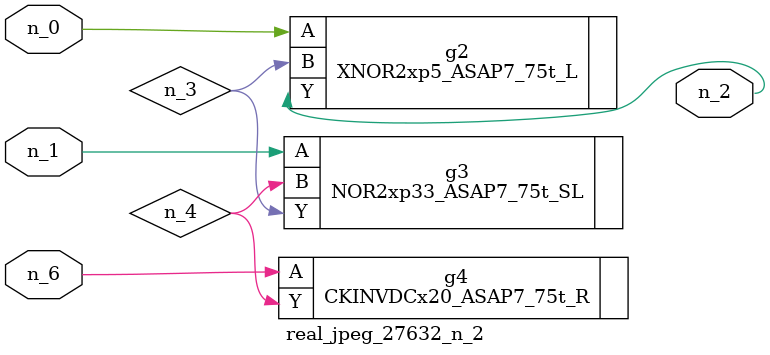
<source format=v>
module real_jpeg_27632_n_2 (n_6, n_1, n_0, n_2);

input n_6;
input n_1;
input n_0;

output n_2;

wire n_4;
wire n_3;

XNOR2xp5_ASAP7_75t_L g2 ( 
.A(n_0),
.B(n_3),
.Y(n_2)
);

NOR2xp33_ASAP7_75t_SL g3 ( 
.A(n_1),
.B(n_4),
.Y(n_3)
);

CKINVDCx20_ASAP7_75t_R g4 ( 
.A(n_6),
.Y(n_4)
);


endmodule
</source>
